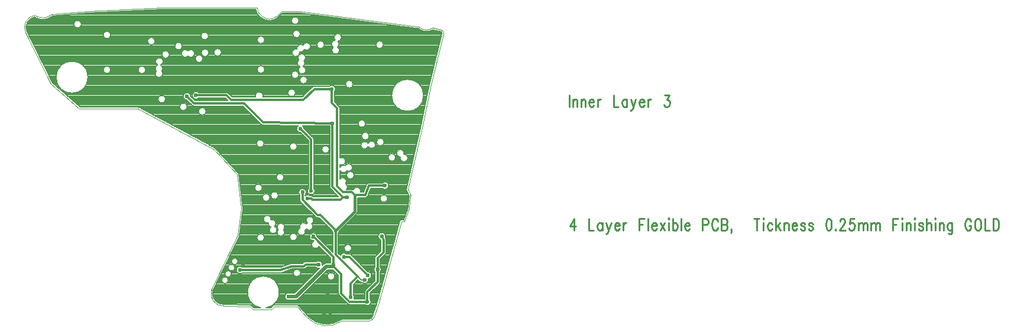
<source format=gbr>
*
*
G04 PADS 9.3 Build Number: 433611 generated Gerber (RS-274-X) file*
G04 PC Version=2.1*
*
%IN "MMSP_L.pcb"*%
*
%MOIN*%
*
%FSLAX35Y35*%
*
*
*
*
G04 PC Standard Apertures*
*
*
G04 Thermal Relief Aperture macro.*
%AMTER*
1,1,$1,0,0*
1,0,$1-$2,0,0*
21,0,$3,$4,0,0,45*
21,0,$3,$4,0,0,135*
%
*
*
G04 Annular Aperture macro.*
%AMANN*
1,1,$1,0,0*
1,0,$2,0,0*
%
*
*
G04 Odd Aperture macro.*
%AMODD*
1,1,$1,0,0*
1,0,$1-0.005,0,0*
%
*
*
G04 PC Custom Aperture Macros*
*
*
*
*
*
*
G04 PC Aperture Table*
*
%ADD010C,0.001*%
%ADD016C,0.01*%
%ADD018C,0.00787*%
%ADD019C,0.02362*%
%ADD022C,0.01969*%
%ADD023C,0.01181*%
%ADD024C,0.01575*%
*
*
*
*
G04 PC Circuitry*
G04 Layer Name MMSP_L.pcb - circuitry*
%LPD*%
*
*
G04 PC Custom Flashes*
G04 Layer Name MMSP_L.pcb - flashes*
%LPD*%
*
*
G04 PC Circuitry*
G04 Layer Name MMSP_L.pcb - circuitry*
%LPD*%
*
G54D10*
G01X1084338Y879416D02*
G75*
G03X1091450Y870727I6795J-1694D01*
G01X1084337Y879411D02*
X1084469Y879661D01*
X1084449Y879640*
X1099338Y910590*
X1101338Y925590*
X1099000Y945000*
X1086000Y959000*
X1043000Y982000*
X1010098*
X994098Y996000*
X979772Y1024917*
X985282Y1034748D02*
G03X979774Y1024913I607J-6800D01*
G01X985288Y1034748D02*
X985335Y1034744D01*
X986024Y1034055*
X986021Y1034056D02*
G03X994094Y1034883I3373J6886D01*
G01X994091Y1034881D02*
X994565Y1035356D01*
X1015000Y1037000*
X1057000Y1039000*
X1110433*
G03X1113187Y1034052I5045J-433*
G01X1113191Y1034049D02*
G03X1121065I3937J4610D01*
G01X1121067Y1034051D02*
X1124016Y1037000D01*
X1134000*
X1200197Y1028298*
X1201353*
G03X1209173Y1027455I4431J4416*
G01X1209174D02*
X1209247Y1027530D01*
X1214758Y1026365*
X1215407Y1024033D02*
G03X1214757Y1026366I-2399J589D01*
G01X1215407Y1024032D02*
X1208068Y994095D01*
X1203663Y972687*
X1195353Y936537*
X1196877Y932972*
X1193429Y918301D02*
G03X1196877Y932946I-27976J14316D01*
G01X1193432Y918307D02*
X1191535D01*
X1188000Y905000*
X1178563Y871588*
X1175919Y863986*
X1173588Y862205D02*
G03X1175920Y863988I-330J2848D01*
G01X1173585Y862205D02*
X1158055D01*
X1138351Y864223D02*
G03X1158054Y862204I11040J10587D01*
G01X1138356Y864218D02*
X1132826Y870374D01*
X1120079*
X1118356Y868651*
X1108071*
X1106275Y870448*
X1091453Y870727*
G54D16*
X1286220Y989633D02*
Y983071D01*
X1288266Y987446D02*
Y983071D01*
Y986196D02*
X1288948Y987133D01*
X1289402Y987446*
X1290084*
X1290539Y987133*
X1290766Y986196*
Y983071*
X1292811Y987446D02*
Y983071D01*
Y986196D02*
X1293493Y987133D01*
X1293948Y987446*
X1294630*
X1295084Y987133*
X1295311Y986196*
Y983071*
X1297357Y985571D02*
X1300084D01*
Y986196*
X1299857Y986821*
X1299630Y987133*
X1299175Y987446*
X1298493*
X1298039Y987133*
X1297584Y986508*
X1297357Y985571*
Y984946*
X1297584Y984008*
X1298039Y983383*
X1298493Y983071*
X1299175*
X1299630Y983383*
X1300084Y984008*
X1302130Y987446D02*
Y983071D01*
Y985571D02*
X1302357Y986508D01*
X1302811Y987133*
X1303266Y987446*
X1303948*
X1311220Y989633D02*
Y983071D01*
X1313948*
X1318720Y987446D02*
Y983071D01*
Y986508D02*
X1318266Y987133D01*
X1317811Y987446*
X1317130*
X1316675Y987133*
X1316220Y986508*
X1315993Y985571*
Y984946*
X1316220Y984008*
X1316675Y983383*
X1317130Y983071*
X1317811*
X1318266Y983383*
X1318720Y984008*
X1320993Y987446D02*
X1322357Y983071D01*
X1323720Y987446D02*
X1322357Y983071D01*
X1321902Y981821*
X1321448Y981196*
X1320993Y980883*
X1320766*
X1325766Y985571D02*
X1328493D01*
Y986196*
X1328266Y986821*
X1328039Y987133*
X1327584Y987446*
X1326902*
X1326448Y987133*
X1325993Y986508*
X1325766Y985571*
Y984946*
X1325993Y984008*
X1326448Y983383*
X1326902Y983071*
X1327584*
X1328039Y983383*
X1328493Y984008*
X1330539Y987446D02*
Y983071D01*
Y985571D02*
X1330766Y986508D01*
X1331220Y987133*
X1331675Y987446*
X1332357*
X1340084Y989633D02*
X1342584D01*
X1341220Y987133*
X1341902*
X1342357Y986821*
X1342584Y986508*
X1342811Y985571*
Y984946*
X1342584Y984008*
X1342130Y983383*
X1341448Y983071*
X1340766*
X1340084Y983383*
X1339857Y983696*
X1339630Y984321*
X1288887Y919948D02*
X1286614Y915573D01*
X1290023*
X1288887Y919948D02*
Y913386D01*
X1297296Y919948D02*
Y913386D01*
X1300023*
X1304796Y917761D02*
Y913386D01*
Y916823D02*
X1304341Y917448D01*
X1303887Y917761*
X1303205*
X1302751Y917448*
X1302296Y916823*
X1302069Y915886*
Y915261*
X1302296Y914323*
X1302751Y913698*
X1303205Y913386*
X1303887*
X1304341Y913698*
X1304796Y914323*
X1307069Y917761D02*
X1308432Y913386D01*
X1309796Y917761D02*
X1308432Y913386D01*
X1307978Y912136*
X1307523Y911511*
X1307069Y911198*
X1306841*
X1311841Y915886D02*
X1314569D01*
Y916511*
X1314341Y917136*
X1314114Y917448*
X1313660Y917761*
X1312978*
X1312523Y917448*
X1312069Y916823*
X1311841Y915886*
Y915261*
X1312069Y914323*
X1312523Y913698*
X1312978Y913386*
X1313660*
X1314114Y913698*
X1314569Y914323*
X1316614Y917761D02*
Y913386D01*
Y915886D02*
X1316841Y916823D01*
X1317296Y917448*
X1317751Y917761*
X1318432*
X1325705Y919948D02*
Y913386D01*
Y919948D02*
X1328660D01*
X1325705Y916823D02*
X1327523D01*
X1330705Y919948D02*
Y913386D01*
X1332751Y915886D02*
X1335478D01*
Y916511*
X1335251Y917136*
X1335023Y917448*
X1334569Y917761*
X1333887*
X1333432Y917448*
X1332978Y916823*
X1332751Y915886*
Y915261*
X1332978Y914323*
X1333432Y913698*
X1333887Y913386*
X1334569*
X1335023Y913698*
X1335478Y914323*
X1337523Y917761D02*
X1340023Y913386D01*
Y917761D02*
X1337523Y913386D01*
X1342069Y919948D02*
X1342296Y919636D01*
X1342523Y919948*
X1342296Y920261*
X1342069Y919948*
X1342296Y917761D02*
Y913386D01*
X1344569Y919948D02*
Y913386D01*
Y916823D02*
X1345023Y917448D01*
X1345478Y917761*
X1346160*
X1346614Y917448*
X1347069Y916823*
X1347296Y915886*
Y915261*
X1347069Y914323*
X1346614Y913698*
X1346160Y913386*
X1345478*
X1345023Y913698*
X1344569Y914323*
X1349341Y919948D02*
Y913386D01*
X1351387Y915886D02*
X1354114D01*
Y916511*
X1353887Y917136*
X1353660Y917448*
X1353205Y917761*
X1352523*
X1352069Y917448*
X1351614Y916823*
X1351387Y915886*
Y915261*
X1351614Y914323*
X1352069Y913698*
X1352523Y913386*
X1353205*
X1353660Y913698*
X1354114Y914323*
X1361387Y919948D02*
Y913386D01*
Y919948D02*
X1363432D01*
X1364114Y919636*
X1364341Y919323*
X1364569Y918698*
Y917761*
X1364341Y917136*
X1364114Y916823*
X1363432Y916511*
X1361387*
X1370023Y918386D02*
X1369796Y919011D01*
X1369341Y919636*
X1368887Y919948*
X1367978*
X1367523Y919636*
X1367069Y919011*
X1366841Y918386*
X1366614Y917448*
Y915886*
X1366841Y914948*
X1367069Y914323*
X1367523Y913698*
X1367978Y913386*
X1368887*
X1369341Y913698*
X1369796Y914323*
X1370023Y914948*
X1372069Y919948D02*
Y913386D01*
Y919948D02*
X1374114D01*
X1374796Y919636*
X1375023Y919323*
X1375251Y918698*
Y918073*
X1375023Y917448*
X1374796Y917136*
X1374114Y916823*
X1372069D02*
X1374114D01*
X1374796Y916511*
X1375023Y916198*
X1375251Y915573*
Y914636*
X1375023Y914011*
X1374796Y913698*
X1374114Y913386*
X1372069*
X1377751Y913698D02*
X1377523Y913386D01*
X1377296Y913698*
X1377523Y914011*
X1377751Y913698*
Y913073*
X1377523Y912448*
X1377296Y912136*
X1391841Y919948D02*
Y913386D01*
X1390251Y919948D02*
X1393432D01*
X1395478D02*
X1395705Y919636D01*
X1395932Y919948*
X1395705Y920261*
X1395478Y919948*
X1395705Y917761D02*
Y913386D01*
X1400705Y916823D02*
X1400251Y917448D01*
X1399796Y917761*
X1399114*
X1398660Y917448*
X1398205Y916823*
X1397978Y915886*
Y915261*
X1398205Y914323*
X1398660Y913698*
X1399114Y913386*
X1399796*
X1400251Y913698*
X1400705Y914323*
X1402751Y919948D02*
Y913386D01*
X1405023Y917761D02*
X1402751Y914636D01*
X1403660Y915886D02*
X1405251Y913386D01*
X1407296Y917761D02*
Y913386D01*
Y916511D02*
X1407978Y917448D01*
X1408432Y917761*
X1409114*
X1409569Y917448*
X1409796Y916511*
Y913386*
X1411841Y915886D02*
X1414569D01*
Y916511*
X1414341Y917136*
X1414114Y917448*
X1413660Y917761*
X1412978*
X1412523Y917448*
X1412069Y916823*
X1411841Y915886*
Y915261*
X1412069Y914323*
X1412523Y913698*
X1412978Y913386*
X1413660*
X1414114Y913698*
X1414569Y914323*
X1419114Y916823D02*
X1418887Y917448D01*
X1418205Y917761*
X1417523*
X1416841Y917448*
X1416614Y916823*
X1416841Y916198*
X1417296Y915886*
X1418432Y915573*
X1418887Y915261*
X1419114Y914636*
Y914323*
X1418887Y913698*
X1418205Y913386*
X1417523*
X1416841Y913698*
X1416614Y914323*
X1423660Y916823D02*
X1423432Y917448D01*
X1422751Y917761*
X1422069*
X1421387Y917448*
X1421160Y916823*
X1421387Y916198*
X1421841Y915886*
X1422978Y915573*
X1423432Y915261*
X1423660Y914636*
Y914323*
X1423432Y913698*
X1422751Y913386*
X1422069*
X1421387Y913698*
X1421160Y914323*
X1432296Y919948D02*
X1431614Y919636D01*
X1431160Y918698*
X1430932Y917136*
Y916198*
X1431160Y914636*
X1431614Y913698*
X1432296Y913386*
X1432751*
X1433432Y913698*
X1433887Y914636*
X1434114Y916198*
Y917136*
X1433887Y918698*
X1433432Y919636*
X1432751Y919948*
X1432296*
X1436387Y914011D02*
X1436160Y913698D01*
X1436387Y913386*
X1436614Y913698*
X1436387Y914011*
X1438887Y918386D02*
Y918698D01*
X1439114Y919323*
X1439341Y919636*
X1439796Y919948*
X1440705*
X1441160Y919636*
X1441387Y919323*
X1441614Y918698*
Y918073*
X1441387Y917448*
X1440932Y916511*
X1438660Y913386*
X1441841*
X1446841Y919948D02*
X1444569D01*
X1444341Y917136*
X1444569Y917448*
X1445251Y917761*
X1445932*
X1446614Y917448*
X1447069Y916823*
X1447296Y915886*
X1447069Y915261*
X1446841Y914323*
X1446387Y913698*
X1445705Y913386*
X1445023*
X1444341Y913698*
X1444114Y914011*
X1443887Y914636*
X1449341Y917761D02*
Y913386D01*
Y916511D02*
X1450023Y917448D01*
X1450478Y917761*
X1451160*
X1451614Y917448*
X1451841Y916511*
Y913386*
Y916511D02*
X1452523Y917448D01*
X1452978Y917761*
X1453660*
X1454114Y917448*
X1454341Y916511*
Y913386*
X1456387Y917761D02*
Y913386D01*
Y916511D02*
X1457069Y917448D01*
X1457523Y917761*
X1458205*
X1458660Y917448*
X1458887Y916511*
Y913386*
Y916511D02*
X1459569Y917448D01*
X1460023Y917761*
X1460705*
X1461160Y917448*
X1461387Y916511*
Y913386*
X1468660Y919948D02*
Y913386D01*
Y919948D02*
X1471614D01*
X1468660Y916823D02*
X1470478D01*
X1473660Y919948D02*
X1473887Y919636D01*
X1474114Y919948*
X1473887Y920261*
X1473660Y919948*
X1473887Y917761D02*
Y913386D01*
X1476160Y917761D02*
Y913386D01*
Y916511D02*
X1476841Y917448D01*
X1477296Y917761*
X1477978*
X1478432Y917448*
X1478660Y916511*
Y913386*
X1480705Y919948D02*
X1480932Y919636D01*
X1481160Y919948*
X1480932Y920261*
X1480705Y919948*
X1480932Y917761D02*
Y913386D01*
X1485705Y916823D02*
X1485478Y917448D01*
X1484796Y917761*
X1484114*
X1483432Y917448*
X1483205Y916823*
X1483432Y916198*
X1483887Y915886*
X1485023Y915573*
X1485478Y915261*
X1485705Y914636*
Y914323*
X1485478Y913698*
X1484796Y913386*
X1484114*
X1483432Y913698*
X1483205Y914323*
X1487751Y919948D02*
Y913386D01*
Y916511D02*
X1488432Y917448D01*
X1488887Y917761*
X1489569*
X1490023Y917448*
X1490251Y916511*
Y913386*
X1492296Y919948D02*
X1492523Y919636D01*
X1492751Y919948*
X1492523Y920261*
X1492296Y919948*
X1492523Y917761D02*
Y913386D01*
X1494796Y917761D02*
Y913386D01*
Y916511D02*
X1495478Y917448D01*
X1495932Y917761*
X1496614*
X1497069Y917448*
X1497296Y916511*
Y913386*
X1502069Y917761D02*
Y912761D01*
X1501841Y911823*
X1501614Y911511*
X1501160Y911198*
X1500478*
X1500023Y911511*
X1502069Y916823D02*
X1501614Y917448D01*
X1501160Y917761*
X1500478*
X1500023Y917448*
X1499569Y916823*
X1499341Y915886*
Y915261*
X1499569Y914323*
X1500023Y913698*
X1500478Y913386*
X1501160*
X1501614Y913698*
X1502069Y914323*
X1512751Y918386D02*
X1512523Y919011D01*
X1512069Y919636*
X1511614Y919948*
X1510705*
X1510251Y919636*
X1509796Y919011*
X1509569Y918386*
X1509341Y917448*
Y915886*
X1509569Y914948*
X1509796Y914323*
X1510251Y913698*
X1510705Y913386*
X1511614*
X1512069Y913698*
X1512523Y914323*
X1512751Y914948*
Y915886*
X1511614D02*
X1512751D01*
X1516160Y919948D02*
X1515705Y919636D01*
X1515251Y919011*
X1515023Y918386*
X1514796Y917448*
Y915886*
X1515023Y914948*
X1515251Y914323*
X1515705Y913698*
X1516160Y913386*
X1517069*
X1517523Y913698*
X1517978Y914323*
X1518205Y914948*
X1518432Y915886*
Y917448*
X1518205Y918386*
X1517978Y919011*
X1517523Y919636*
X1517069Y919948*
X1516160*
X1520478D02*
Y913386D01*
X1523205*
X1525251Y919948D02*
Y913386D01*
Y919948D02*
X1526841D01*
X1527523Y919636*
X1527978Y919011*
X1528205Y918386*
X1528432Y917448*
Y915886*
X1528205Y914948*
X1527978Y914323*
X1527523Y913698*
X1526841Y913386*
X1525251*
G54D18*
X1147835Y866732D02*
X1151575D01*
X1151772Y866929*
X1149803Y877165D02*
X1150984D01*
X1166929Y887402D02*
X1168898Y885433D01*
X1170866*
X1165748Y907283D02*
X1171850D01*
X1173031Y906102*
X1179134*
X1141357Y909271D02*
X1141929Y909843D01*
X1183858Y931299D02*
G03X1183858I-2165J0D01*
G01X1163583Y903346D02*
G03X1163583I-2166J0D01*
G01X1188386Y954528D02*
G03X1188386I-2166J0D01*
G01X1204134Y989567D02*
G03X1204134I-9055J0D01*
G01X1181890Y963189D02*
G03X1181890I-2166J0D01*
G01X1181496Y1018110D02*
G03X1181496I-2165J0D01*
G01X1173425Y966535D02*
G03X1173425I-2165J0D01*
G01X1171457Y973622D02*
G03X1171457I-2166J0D01*
G01X1164961Y944488D02*
G03X1164961I-2166J0D01*
G01X1164370Y995866D02*
G03X1164370I-2165J0D01*
G01X1148228Y1018110D02*
G03X1148228I-2165J0D01*
G01X1138583Y998228D02*
G03X1138583I-2166J0D01*
G01X1131890Y990945D02*
G03X1131890I-2166J0D01*
G01X1133858Y1001181D02*
G03X1133858I-2165J0D01*
G01X1134646Y1024213D02*
G03X1134646I-2166J0D01*
G01X1133858Y1031693D02*
G03X1133858I-2165J0D01*
G01X1114567Y1004134D02*
G03X1114567I-2165J0D01*
G01Y1020866D02*
G03X1114567I-2165J0D01*
G01X1090158Y1013780D02*
G03X1090158I-2166J0D01*
G01X1079724Y1010236D02*
G03X1079724I-2165J0D01*
G01X1083071Y1013583D02*
G03X1083071I-2165J0D01*
G01X1082874Y1023031D02*
G03X1082874I-2165J0D01*
G01X1068110Y1017323D02*
G03X1068110I-2165J0D01*
G01X1058661Y987402D02*
G03X1058661I-2165J0D01*
G01X1060827Y1012598D02*
G03X1060827I-2166J0D01*
G01X1052756Y1020079D02*
G03X1052756I-2165J0D01*
G01X1047441Y1003937D02*
G03X1047441I-2165J0D01*
G01X1027756D02*
G03X1027756I-2165J0D01*
G01Y1023622D02*
G03X1027756I-2165J0D01*
G01X1014961Y999803D02*
G03X1014961I-9055J0D01*
G01X1011220Y1029724D02*
G03X1011220I-2165J0D01*
G01X1114370Y909252D02*
G03X1114370I-2165J0D01*
G01X1122244Y933071D02*
G03X1122244I-2165J0D01*
G01X1125394Y943307D02*
G03X1125394I-2166J0D01*
G01X1117520Y931890D02*
G03X1117520I-2166J0D01*
G01X1113189Y937402D02*
G03X1113189I-2165J0D01*
G01X1114173Y962402D02*
G03X1114173I-2165J0D01*
G01X1093954Y885236D02*
G03X1093954I-1884J0D01*
G01X1095810Y888779D02*
G03X1095810I-1884J0D01*
G01X1097666Y892323D02*
G03X1097666I-1884J0D01*
G01X1099522Y895866D02*
G03X1099522I-1884J0D01*
G01X1081496Y980512D02*
G03X1081496I-2165J0D01*
G01X1070866Y983071D02*
G03X1070866I-2165J0D01*
G01X1132874Y909646D02*
G03X1132874I-2165J0D01*
G01Y960630D02*
G03X1132874I-2165J0D01*
G01X1150984Y959055D02*
G03X1150984I-2165J0D01*
G01X1154134Y887402D02*
G03X1154134I-2165J0D01*
G01X1214451Y1024267D02*
G03X1214227Y1025471I-1443J355D01*
G01X1214227D02*
X1209464Y1026478D01*
X1200961Y1027314D02*
G03X1209464Y1026478I4823J5400D01*
G01X1200961Y1027314D02*
X1200197D01*
X1200069Y1027322D02*
G03X1200197Y1027314I128J976D01*
G01X1200069Y1027322D02*
X1133936Y1036016D01*
X1124423*
X1121763Y1033355*
X1121706Y1033303D02*
G03X1121763Y1033355I-639J748D01*
G01X1112639Y1033228D02*
G03X1121706Y1033303I4489J5431D01*
G01X1109456Y1038016D02*
G03X1112639Y1033228I6022J551D01*
G01X1109456Y1038016D02*
X1057023D01*
X1015063Y1036018*
X995005Y1034404*
X994787Y1034185*
X994693Y1034103D02*
G03X994787Y1034185I-602J778D01*
G01X985591Y1033171D02*
G03X994693Y1034103I3803J7771D01*
G01X985328Y1033359D02*
G03X985591Y1033171I696J696D01*
G01X985328Y1033359D02*
X984969Y1033718D01*
G03X980654Y1025354I920J-5770*
G01X994894Y996612*
X1010468Y982984*
X1043000*
X1043464Y982868D02*
G03X1043000Y982984I-464J-868D01*
G01X1043464Y982868D02*
X1086464Y959868D01*
X1086721Y959670D02*
G03X1086464Y959868I-721J-670D01*
G01X1086721Y959670D02*
X1099721Y945670D01*
X1099977Y945118D02*
G03X1099721Y945670I-977J-118D01*
G01X1099977Y945118D02*
X1102316Y925707D01*
X1102314Y925459D02*
G03X1102316Y925707I-976J131D01*
G01X1102314Y925459D02*
X1100314Y910459D01*
X1100225Y910163D02*
G03X1100314Y910459I-887J427D01*
G01X1100225Y910163D02*
X1085407Y879361D01*
X1085339Y879199D02*
G03X1085407Y879361I-870J462D01*
G01X1085339Y879199D02*
X1085265Y879060D01*
G03X1091408Y871710I5868J-1338*
G01X1091472Y871711D02*
G03X1091408Y871710I-19J-984D01*
G01X1091472Y871711D02*
X1106293Y871432D01*
X1106971Y871144D02*
G03X1106293Y871432I-696J-696D01*
G01X1106971Y871144D02*
X1108479Y869636D01*
X1112151*
X1115408D02*
G03X1112151I-1628J8907D01*
G01X1115408D02*
X1117949D01*
X1119383Y871070*
X1120079Y871358D02*
G03X1119383Y871070I-0J-984D01*
G01X1120079Y871358D02*
X1132826D01*
X1133558Y871032D02*
G03X1132826Y871358I-732J-658D01*
G01X1133558Y871032D02*
X1139077Y864888D01*
G03X1157497Y863016I10314J9922*
G01X1158055Y863189D02*
G03X1157497Y863016I-0J-984D01*
G01X1158055Y863189D02*
X1173523D01*
G03X1174998Y864333I-265J1864*
G01X1177623Y871884*
X1187051Y905260*
X1190584Y918560*
X1191535Y919291D02*
G03X1190584Y918560I0J-984D01*
G01X1191535Y919291D02*
X1192823D01*
G03X1195894Y932767I-27370J13326*
G01X1194448Y936150*
X1194394Y936758D02*
G03X1194448Y936150I959J-221D01*
G01X1194394Y936758D02*
X1202701Y972896D01*
X1207104Y994294*
X1207112Y994330D02*
G03X1207104Y994294I956J-235D01*
G01X1207112Y994330D02*
X1214451Y1024267D01*
X1191027Y954726D02*
G03X1193028Y956298I2083J-592D01*
X1191027Y954726I-2083J592*
G01X1183858Y931299D02*
G03X1183858I-2165J0D01*
G01X1163583Y903346D02*
G03X1163583I-2166J0D01*
G01X1180797Y937008D02*
G03Y940157I1486J1575D01*
G01Y937008D02*
X1174410D01*
X1172644Y932674*
X1171185Y931693D02*
G03X1172644Y932674I0J1575D01*
G01X1171185Y931693D02*
X1166929D01*
Y924016*
X1166410Y922763D02*
G03X1166929Y924016I-1253J1253D01*
G01X1166410Y922763D02*
X1156661Y913013D01*
X1156102Y911900D02*
G03X1156661Y913013I-1574J1486D01*
G01X1156102Y911900D02*
Y900455D01*
X1157267Y899291*
X1160738Y900000D02*
G03X1157267Y899291I-1486J-1575D01*
G01X1160738Y900000D02*
X1162205D01*
X1163318Y899539D02*
G03X1162205Y900000I-1113J-1114D01*
G01X1163318Y899539D02*
X1172700Y890157D01*
X1172990Y885856D02*
G03X1172700Y890157I-352J2136D01*
G01X1169196Y884055D02*
G03X1172990Y885856I1670J1378D01*
G01X1169196Y884055D02*
X1168898D01*
X1167923Y884459D02*
G03X1168898Y884055I975J974D01*
G01X1167923Y884459D02*
X1167068Y885314D01*
X1164567Y882812*
Y877274*
X1164807Y874606D02*
G03X1164567Y877274I-1815J1181D01*
G01X1164807Y874606D02*
X1170866D01*
Y878543*
X1171327Y879657D02*
G03X1170866Y878543I1114J-1114D01*
G01X1171327Y879657D02*
X1176575Y884904D01*
Y889852*
Y892825D02*
G03Y889852I1575J-1486D01*
G01Y892825D02*
Y897681D01*
X1177036Y898795D02*
G03X1176575Y897681I1114J-1114D01*
G01X1177036Y898795D02*
X1179921Y901680D01*
Y907607*
X1179725Y908022*
X1182571Y909370D02*
G03X1179725Y908022I-2059J669D01*
G01X1182571Y909370D02*
X1182919Y908635D01*
X1183071Y907961D02*
G03X1182919Y908635I-1575J0D01*
G01X1183071Y907961D02*
Y901028D01*
X1182610Y899914D02*
G03X1183071Y901028I-1114J1114D01*
G01X1182610Y899914D02*
X1179724Y897029D01*
Y892825*
Y889852D02*
G03Y892825I-1574J1487D01*
G01Y889852D02*
Y884252D01*
X1179263Y883138D02*
G03X1179724Y884252I-1113J1114D01*
G01X1179263Y883138D02*
X1174016Y877891D01*
Y874518*
X1170955Y871457D02*
G03X1174016Y874518I1486J1574D01*
G01X1170955Y871457D02*
X1162407D01*
X1161294Y871918D02*
G03X1162407Y871457I1113J1113D01*
G01X1161294Y871918D02*
X1156564Y876648D01*
X1156102Y877762D02*
G03X1156564Y876648I1575J-0D01*
G01X1156102Y877762D02*
Y887930D01*
X1153088Y890945*
X1149948*
X1133596Y874592*
X1132204Y874016D02*
G03X1133596Y874592I-0J1968D01*
G01X1132204Y874016D02*
X1128855D01*
Y877953D02*
G03Y874016I-902J-1969D01*
G01Y877953D02*
X1131388D01*
X1145437Y892001*
X1143396Y892520D02*
G03X1145437Y892001I1486J1574D01*
G01X1143396Y892520D02*
X1138152D01*
X1137629Y891997*
X1136516Y891535D02*
G03X1137629Y891997I-0J1575D01*
G01X1136516Y891535D02*
X1132691D01*
X1132664D02*
G03X1132691I13J-2165D01*
G01X1132664D02*
X1129988D01*
X1123937Y889456*
X1123425Y889370D02*
G03X1123937Y889456I0J1575D01*
G01X1123425Y889370D02*
X1102077D01*
Y892520D02*
G03Y889370I-1486J-1575D01*
G01Y892520D02*
X1123162D01*
X1129212Y894600*
X1129724Y894685D02*
G03X1129212Y894600I0J-1575D01*
G01X1129724Y894685D02*
X1135863D01*
X1136386Y895208*
X1137500Y895669D02*
G03X1136386Y895208I0J-1575D01*
G01X1137500Y895669D02*
X1143396D01*
X1146975Y893540D02*
G03X1143396Y895669I-2093J554D01*
G01X1146975Y893540D02*
X1147741Y894305D01*
X1149133Y894882D02*
G03X1147741Y894305I-0J-1969D01*
G01X1149133Y894882D02*
X1151418D01*
X1151772Y895384D02*
G03X1151418Y894882I1574J-1486D01*
G01X1151772Y895384D02*
Y897767D01*
X1145093Y904445*
X1142241Y907298D02*
G03X1145093Y904445I869J-1983D01*
G01X1142241Y907298D02*
X1141860Y907678D01*
X1141644Y907696D02*
G03X1141860Y907678I285J2147D01*
G01X1141644Y907696D02*
X1141357D01*
X1139796Y909473D02*
G03X1141357Y907696I1561J-202D01*
G01X1144094Y909899D02*
G03X1139796Y909473I-2165J-56D01*
G01X1144094Y909899D02*
X1152953Y901040D01*
Y911900*
X1152363Y913323D02*
G03X1152953Y911900I2165J63D01*
G01X1152363Y913323D02*
X1145264Y920422D01*
X1144348*
X1143234Y920883D02*
G03X1144348Y920422I1114J1114D01*
G01X1143234Y920883D02*
X1134713Y929404D01*
X1134252Y930518D02*
G03X1134713Y929404I1575J-0D01*
G01X1134252Y930518D02*
Y933356D01*
X1137402D02*
G03X1134252I-1575J1487D01*
G01X1137402D02*
Y933114D01*
X1140069Y932874D02*
G03X1137402Y933114I-1486J-1575D01*
G01X1140069Y932874D02*
X1140945D01*
X1142058Y932413D02*
G03X1140945Y932874I-1113J-1114D01*
G01X1142058Y932413D02*
X1142063Y932409D01*
X1156112*
X1151642Y936879*
X1151181Y937992D02*
G03X1151642Y936879I1575J0D01*
G01X1151181Y937992D02*
Y972260D01*
X1135929Y972414*
X1136810Y970732D02*
G03X1135929Y972414I-2164J-63D01*
G01X1136810Y970732D02*
X1141862Y965680D01*
X1142323Y964567D02*
G03X1141862Y965680I-1575J-0D01*
G01X1142323Y964567D02*
Y937116D01*
X1139173D02*
G03X1142323I1575J-1486D01*
G01X1139173D02*
Y963915D01*
X1134583Y968505*
X1133398Y972439D02*
G03X1134583Y968505I1248J-1770D01*
G01X1133398Y972439D02*
X1113665Y972638D01*
X1112568Y973099D02*
G03X1113665Y972638I1113J1114D01*
G01X1112568Y973099D02*
X1102202Y983465D01*
X1074606*
X1073493Y983926D02*
G03X1074606Y983465I1113J1113D01*
G01X1073493Y983926D02*
X1070607Y986812D01*
X1072834Y989039D02*
G03X1070607Y986812I-2165J-63D01*
G01X1072834Y989039D02*
X1075259Y986614D01*
X1093639*
X1092261Y987992*
X1077274*
Y991142D02*
G03Y987992I-1487J-1575D01*
G01Y991142D02*
X1092913D01*
X1094027Y990680D02*
G03X1092913Y991142I-1114J-1113D01*
G01X1094027Y990680D02*
X1096125Y988583D01*
X1109400*
X1113434D02*
G03X1109400I-2017J787D01*
G01X1113434D02*
X1135765D01*
X1141406Y994224*
X1142520Y994685D02*
G03X1141406Y994224I-0J-1575D01*
G01X1142520Y994685D02*
X1150876D01*
X1153937Y991624D02*
G03X1150876Y994685I-1575J1486D01*
G01X1153937Y991624D02*
Y985889D01*
X1156429Y983397*
X1156890Y982283D02*
G03X1156429Y983397I-1575J0D01*
G01X1156890Y982283D02*
Y954291D01*
Y950433D02*
G03Y954291I984J1929D01*
G01Y950433D02*
Y948934D01*
X1159939Y949908D02*
G03X1156890Y948934I-1081J-1877D01*
G01X1160730Y946943D02*
G03X1159939Y949908I1081J1876D01*
G01X1156890Y947129D02*
G03X1160730Y946943I1968J902D01*
G01X1156890Y947129D02*
Y942431D01*
X1160191Y939639D02*
G03X1156890Y942431I-1726J1306D01*
G01X1160725Y936417D02*
G03X1160191Y939639I-1670J1378D01*
G01X1160725Y936417D02*
X1163583D01*
X1164437Y936165D02*
G03X1163583Y936417I-854J-1322D01*
G01X1168553Y934843D02*
G03X1164437Y936165I-2018J787D01*
G01X1168553Y934843D02*
X1170126D01*
X1171892Y939177*
X1173351Y940158D02*
G03X1171892Y939177I-0J-1575D01*
G01X1173351Y940158D02*
X1180797D01*
X1188386Y954528D02*
G03X1188386I-2166J0D01*
G01X1204134Y989567D02*
G03X1204134I-9055J0D01*
G01X1181890Y963189D02*
G03X1181890I-2166J0D01*
G01X1181496Y1018110D02*
G03X1181496I-2165J0D01*
G01X1172879Y960620D02*
G03X1172790Y962411I1924J994D01*
X1172879Y960620I-1924J-994*
G01X1173425Y966535D02*
G03X1173425I-2165J0D01*
G01X1171457Y973622D02*
G03X1171457I-2166J0D01*
G01X1164961Y944488D02*
G03X1164961I-2166J0D01*
G01X1164370Y995866D02*
G03X1164370I-2165J0D01*
G01X1155814Y1020081D02*
G03X1154225Y1020667I-105J2163D01*
G01X1155668Y1016801D02*
G03X1155814Y1020081I-1337J1703D01*
G01X1153190Y1016663D02*
G03X1155668Y1016801I1338J-1702D01*
G01X1154225Y1020667D02*
G03X1153190Y1016663I106J-2163D01*
G01X1148228Y1018110D02*
G03X1148228I-2165J0D01*
G01X1138583Y998228D02*
G03X1138583I-2166J0D01*
G01X1131890Y990945D02*
G03X1131890I-2166J0D01*
G01X1133858Y1001181D02*
G03X1133858I-2165J0D01*
G01X1134492Y1005582D02*
G03X1136178Y1005835I1138J-1842D01*
G01X1133774Y1009435D02*
G03X1134492Y1005582I1265J-1758D01*
G01X1136698Y1009069D02*
G03X1133774Y1009435I-1265J1758D01*
G01X1136178Y1005835D02*
G03X1136698Y1009069I-1139J1842D01*
G01X1136878Y1015403D02*
G03X1136154Y1017865I1311J1723D01*
G01X1134195Y1014075D02*
G03X1136878Y1015403I648J2067D01*
G01X1132734Y1015649D02*
G03X1134195Y1014075I-647J-2066D01*
G01X1136154Y1017865D02*
G03X1132734Y1015649I-1311J-1723D01*
G01X1134646Y1024213D02*
G03X1134646I-2166J0D01*
G01X1133858Y1031693D02*
G03X1133858I-2165J0D01*
G01X1114567Y1004134D02*
G03X1114567I-2165J0D01*
G01Y1020866D02*
G03X1114567I-2165J0D01*
G01X1090158Y1013780D02*
G03X1090158I-2166J0D01*
G01X1079724Y1010236D02*
G03X1079724I-2165J0D01*
G01X1083071Y1013583D02*
G03X1083071I-2165J0D01*
G01X1082874Y1023031D02*
G03X1082874I-2165J0D01*
G01X1071260Y1011703D02*
G03Y1014675I1575J1486D01*
Y1011703I-1575J-1486*
G01X1068110Y1017323D02*
G03X1068110I-2165J0D01*
G01X1058661Y987402D02*
G03X1058661I-2165J0D01*
G01X1055915Y1006648D02*
G03X1054124Y1006738I-797J2013D01*
G01X1056505Y1003248D02*
G03X1055915Y1006648I-1584J1476D01*
G01X1053337Y1003248D02*
G03X1056505I1584J-1476D01*
G01X1054124Y1006738D02*
G03X1053337Y1003248I797J-2014D01*
G01X1060827Y1012598D02*
G03X1060827I-2166J0D01*
G01X1052756Y1020079D02*
G03X1052756I-2165J0D01*
G01X1047441Y1003937D02*
G03X1047441I-2165J0D01*
G01X1027756D02*
G03X1027756I-2165J0D01*
G01Y1023622D02*
G03X1027756I-2165J0D01*
G01X1014961Y999803D02*
G03X1014961I-9055J0D01*
G01X1011220Y1029724D02*
G03X1011220I-2165J0D01*
G01X1114370Y909252D02*
G03X1114370I-2165J0D01*
G01X1125198Y913690D02*
G03X1122097Y913742I-1525J1537D01*
X1125198Y913690I1525J-1537*
G01X1117958Y915289D02*
G03X1120034Y915617I1333J-1706D01*
G01X1116554Y917607D02*
G03X1117958Y915289I2147J-284D01*
G01X1118092Y919401D02*
G03X1116554Y917607I-2147J284D01*
G01X1120034Y915617D02*
G03X1118092Y919401I-1333J1706D01*
G01X1122244Y933071D02*
G03X1122244I-2165J0D01*
G01X1125394Y943307D02*
G03X1125394I-2166J0D01*
G01X1117520Y931890D02*
G03X1117520I-2166J0D01*
G01X1113189Y937402D02*
G03X1113189I-2165J0D01*
G01X1114173Y962402D02*
G03X1114173I-2165J0D01*
G01X1093954Y885236D02*
G03X1093954I-1884J0D01*
G01X1095810Y888779D02*
G03X1095810I-1884J0D01*
G01X1097666Y892323D02*
G03X1097666I-1884J0D01*
G01X1099522Y895866D02*
G03X1099522I-1884J0D01*
G01X1081496Y980512D02*
G03X1081496I-2165J0D01*
G01X1070866Y983071D02*
G03X1070866I-2165J0D01*
G01X1132874Y909646D02*
G03X1132874I-2165J0D01*
G01Y960630D02*
G03X1132874I-2165J0D01*
G01X1150984Y959055D02*
G03X1150984I-2165J0D01*
G01X1140986Y917187D02*
G03X1138542Y917459I-1025J1907D01*
G01X1137992Y914065D02*
G03X1140986Y917187I1575J1486D01*
G01X1137191Y913529D02*
G03X1137992Y914065I-774J2022D01*
G01X1134462Y914621D02*
G03X1137191Y913529I774J-2023D01*
G01X1137992Y917037D02*
G03X1134462Y914621I-1575J-1486D01*
G01X1138542Y917459D02*
G03X1137992Y917037I1025J-1908D01*
G01X1154134Y887402D02*
G03X1154134I-2165J0D01*
G01X1134617Y1024566D02*
X1214493D01*
X1157153Y1023857D02*
X1214350D01*
X1134368Y1025274D02*
X1214343D01*
X1157676Y1023148D02*
X1214177D01*
X1157865Y1022440D02*
X1214003D01*
X1157812Y1021731D02*
X1213829D01*
X1157496Y1021022D02*
X1213655D01*
X1156690Y1020314D02*
X1213482D01*
X1180897Y1019605D02*
X1213308D01*
X1181348Y1018896D02*
X1213134D01*
X1181495Y1018188D02*
X1212961D01*
X1181402Y1017479D02*
X1212787D01*
X1181032Y1016770D02*
X1212613D01*
X1180032Y1016062D02*
X1212439D01*
X1156657Y1015353D02*
X1212266D01*
X1156670Y1014644D02*
X1212092D01*
X1156435Y1013936D02*
X1211918D01*
X1208453Y1025983D02*
X1211806D01*
X1155825Y1013227D02*
X1211744D01*
X1136785Y1012518D02*
X1211571D01*
X1137362Y1011810D02*
X1211397D01*
X1137581Y1011101D02*
X1211223D01*
X1137554Y1010392D02*
X1211050D01*
X1137272Y1009684D02*
X1210876D01*
X1136773Y1008975D02*
X1210702D01*
X1137123Y1008266D02*
X1210528D01*
X1137201Y1007558D02*
X1210355D01*
X1137040Y1006849D02*
X1210181D01*
X1136565Y1006140D02*
X1210007D01*
X1136982Y1005432D02*
X1209834D01*
X1137559Y1004723D02*
X1209660D01*
X1137778Y1004014D02*
X1209486D01*
X1137751Y1003306D02*
X1209312D01*
X1137469Y1002597D02*
X1209139D01*
X1136752Y1001888D02*
X1208965D01*
X1133858Y1001180D02*
X1208791D01*
X1133739Y1000471D02*
X1208618D01*
X1137945Y999762D02*
X1208444D01*
X1138419Y999054D02*
X1208270D01*
X1197301Y998345D02*
X1208096D01*
X1199187Y997636D02*
X1207923D01*
X1200353Y996928D02*
X1207749D01*
X1201222Y996219D02*
X1207575D01*
X1201910Y995510D02*
X1207402D01*
X1202467Y994802D02*
X1207228D01*
X1202921Y994093D02*
X1207063D01*
X1203290Y993385D02*
X1206917D01*
X1203583Y992676D02*
X1206771D01*
X1203810Y991967D02*
X1206625D01*
X1203974Y991259D02*
X1206479D01*
X1204080Y990550D02*
X1206334D01*
X1204130Y989841D02*
X1206188D01*
X1204123Y989133D02*
X1206042D01*
X1204061Y988424D02*
X1205896D01*
X1203943Y987715D02*
X1205750D01*
X1203764Y987007D02*
X1205605D01*
X1203523Y986298D02*
X1205459D01*
X1203213Y985589D02*
X1205313D01*
X1202827Y984881D02*
X1205167D01*
X1202351Y984172D02*
X1205021D01*
X1201768Y983463D02*
X1204876D01*
X1201044Y982755D02*
X1204730D01*
X1200122Y982046D02*
X1204584D01*
X1198856Y981337D02*
X1204438D01*
X1196529Y980629D02*
X1204292D01*
X1156890Y979920D02*
X1204146D01*
X1156890Y979211D02*
X1204001D01*
X1156890Y978503D02*
X1203855D01*
X1156890Y977794D02*
X1203709D01*
X1156890Y977085D02*
X1203563D01*
X1156890Y976377D02*
X1203417D01*
X1170001Y975668D02*
X1203272D01*
X1170994Y974959D02*
X1203126D01*
X1133727Y1025983D02*
X1203116D01*
X1171363Y974251D02*
X1202980D01*
X1171455Y973542D02*
X1202834D01*
X1171308Y972833D02*
X1202687D01*
X1170856Y972125D02*
X1202524D01*
X1156890Y971416D02*
X1202361D01*
X1156890Y970707D02*
X1202198D01*
X1156890Y969999D02*
X1202035D01*
X1156890Y969290D02*
X1201872D01*
X980183Y1026692D02*
X1201765D01*
X1171969Y968581D02*
X1201709D01*
X1172963Y967873D02*
X1201546D01*
X1173332Y967164D02*
X1201384D01*
X1173424Y966455D02*
X1201221D01*
X1173276Y965747D02*
X1201058D01*
X1180851Y965038D02*
X1200895D01*
X1181565Y964329D02*
X1200732D01*
X1181846Y963621D02*
X1200569D01*
X1181872Y962912D02*
X1200406D01*
X1181652Y962203D02*
X1200243D01*
X1181073Y961495D02*
X1200080D01*
X1176804Y960786D02*
X1199917D01*
X1176329Y960077D02*
X1199754D01*
X1171568Y959369D02*
X1199591D01*
X980072Y1027400D02*
X1199473D01*
X1192192Y958660D02*
X1199429D01*
X1192832Y957951D02*
X1199266D01*
X1193081Y957243D02*
X1199103D01*
X1193081Y956534D02*
X1198940D01*
X1194462Y955825D02*
X1198777D01*
X1195040Y955117D02*
X1198614D01*
X1195258Y954408D02*
X1198451D01*
X1195232Y953699D02*
X1198288D01*
X1194949Y952991D02*
X1198125D01*
X1194233Y952282D02*
X1197962D01*
X1159891Y951573D02*
X1197799D01*
X1162520Y950865D02*
X1197637D01*
X1163514Y950156D02*
X1197474D01*
X1163883Y949448D02*
X1197311D01*
X1163975Y948739D02*
X1197148D01*
X1163828Y948030D02*
X1196985D01*
X1163375Y947322D02*
X1196822D01*
X1163213Y946613D02*
X1196659D01*
X1164433Y945904D02*
X1196496D01*
X1164842Y945196D02*
X1196333D01*
X1164961Y944487D02*
X1196170D01*
X1164841Y943778D02*
X1196007D01*
X1183534Y932440D02*
X1195894D01*
X1183815Y931731D02*
X1195882D01*
X1183841Y931022D02*
X1195853D01*
X1164431Y943070D02*
X1195845D01*
X1183621Y930314D02*
X1195807D01*
X1183041Y929605D02*
X1195745D01*
X1182820Y933148D02*
X1195731D01*
X1163200Y942361D02*
X1195682D01*
X1166929Y928896D02*
X1195667D01*
X1166929Y928188D02*
X1195571D01*
X1160511Y941652D02*
X1195519D01*
X1166929Y927479D02*
X1195458D01*
X1173126Y933857D02*
X1195428D01*
X1160630Y940944D02*
X1195356D01*
X1166929Y926770D02*
X1195328D01*
X1183683Y940235D02*
X1195193D01*
X1166929Y926062D02*
X1195181D01*
X1173415Y934566D02*
X1195125D01*
X1184232Y939526D02*
X1195030D01*
X1166929Y925353D02*
X1195015D01*
X1184436Y938818D02*
X1194867D01*
X1166929Y924644D02*
X1194832D01*
X1173703Y935274D02*
X1194822D01*
X1184396Y938109D02*
X1194704D01*
X1166927Y923936D02*
X1194631D01*
X1184098Y937400D02*
X1194541D01*
X1173992Y935983D02*
X1194519D01*
X1166744Y923227D02*
X1194410D01*
X1183338Y936692D02*
X1194381D01*
X1166166Y922518D02*
X1194171D01*
X1010497Y1028109D02*
X1194082D01*
X1165457Y921810D02*
X1193912D01*
X1164748Y921101D02*
X1193633D01*
X1156890Y980629D02*
X1193629D01*
X1164040Y920392D02*
X1193332D01*
X1163331Y919684D02*
X1193011D01*
X1138580Y998345D02*
X1192856D01*
X1160038Y952282D02*
X1191988D01*
X1156890Y981337D02*
X1191301D01*
X1187746Y952991D02*
X1191271D01*
X1188221Y953699D02*
X1190989D01*
X1163452Y997636D02*
X1190970D01*
X1188383Y954408D02*
X1190962D01*
X1162622Y918975D02*
X1190813D01*
X1161914Y918266D02*
X1190506D01*
X1161205Y917558D02*
X1190318D01*
X1160496Y916849D02*
X1190130D01*
X1156890Y982046D02*
X1190036D01*
X1159788Y916140D02*
X1189941D01*
X1164092Y996928D02*
X1189805D01*
X1159079Y915432D02*
X1189753D01*
X1188304Y955117D02*
X1189702D01*
X1156890Y958660D02*
X1189698D01*
X1158370Y914723D02*
X1189565D01*
X1157662Y914014D02*
X1189377D01*
X1156953Y913306D02*
X1189188D01*
X1156818Y982755D02*
X1189113D01*
X1187954Y955825D02*
X1189059D01*
X1156890Y957951D02*
X1189058D01*
X1156544Y912597D02*
X1189000D01*
X1164341Y996219D02*
X1188935D01*
X1181639Y911888D02*
X1188812D01*
X1187034Y956534D02*
X1188809D01*
X1156890Y957243D02*
X1188808D01*
X1011021Y1028818D02*
X1188691D01*
X1182353Y911180D02*
X1188623D01*
X1182634Y910471D02*
X1188435D01*
X1156362Y983463D02*
X1188390D01*
X1164341Y995510D02*
X1188247D01*
X1182659Y909762D02*
X1188247D01*
X1182721Y909054D02*
X1188059D01*
X1183023Y908345D02*
X1187870D01*
X1155654Y984172D02*
X1187806D01*
X1164090Y994802D02*
X1187690D01*
X1183071Y907636D02*
X1187682D01*
X1183071Y906928D02*
X1187494D01*
X1154945Y984881D02*
X1187331D01*
X1183071Y906219D02*
X1187305D01*
X1163448Y994093D02*
X1187236D01*
X1183071Y905510D02*
X1187117D01*
X1154236Y985589D02*
X1186944D01*
X1183071Y904802D02*
X1186921D01*
X1154510Y993385D02*
X1186868D01*
X1183071Y904093D02*
X1186721D01*
X1153937Y986298D02*
X1186634D01*
X1154484Y992676D02*
X1186574D01*
X1183071Y903385D02*
X1186521D01*
X1153937Y987007D02*
X1186393D01*
X1154201Y991967D02*
X1186348D01*
X1183071Y902676D02*
X1186321D01*
X1153937Y987715D02*
X1186215D01*
X1153937Y991259D02*
X1186183D01*
X1183071Y901967D02*
X1186121D01*
X1153937Y988424D02*
X1186096D01*
X1153937Y990550D02*
X1186077D01*
X1153937Y989133D02*
X1186034D01*
X1153937Y989841D02*
X1186028D01*
X1183071Y901259D02*
X1185920D01*
X1182997Y900550D02*
X1185720D01*
X1182536Y899841D02*
X1185520D01*
X1156890Y956534D02*
X1185406D01*
X1181828Y899133D02*
X1185320D01*
X1181119Y898424D02*
X1185120D01*
X1180411Y897715D02*
X1184920D01*
X1179724Y897007D02*
X1184719D01*
X1159946Y952991D02*
X1184695D01*
X1179724Y896298D02*
X1184519D01*
X1156890Y955825D02*
X1184487D01*
X1179724Y895589D02*
X1184319D01*
X1159577Y953699D02*
X1184220D01*
X1156890Y955117D02*
X1184137D01*
X1179724Y894881D02*
X1184119D01*
X1158583Y954408D02*
X1184058D01*
X1179724Y894172D02*
X1183919D01*
X1179724Y893463D02*
X1183719D01*
X1179788Y892755D02*
X1183518D01*
X1180196Y892046D02*
X1183318D01*
X1011211Y1029526D02*
X1183300D01*
X1180315Y891337D02*
X1183118D01*
X1180195Y890629D02*
X1182918D01*
X1179786Y889920D02*
X1182718D01*
X1179724Y889211D02*
X1182518D01*
X1179724Y888503D02*
X1182317D01*
X1179724Y887794D02*
X1182117D01*
X1179724Y887085D02*
X1181917D01*
X1179724Y886377D02*
X1181717D01*
X1179724Y885668D02*
X1181517D01*
X1179724Y884959D02*
X1181317D01*
X1174281Y936692D02*
X1181229D01*
X1179724Y884251D02*
X1181116D01*
X1179555Y883542D02*
X1180916D01*
X1160510Y940235D02*
X1180884D01*
X1178958Y882833D02*
X1180716D01*
X1172837Y933148D02*
X1180566D01*
X1178249Y882125D02*
X1180516D01*
X1166929Y929605D02*
X1180344D01*
X1177541Y881416D02*
X1180316D01*
X1176832Y880707D02*
X1180116D01*
X1156102Y906928D02*
X1179921D01*
X1156102Y906219D02*
X1179921D01*
X1161493Y905510D02*
X1179921D01*
X1163021Y904802D02*
X1179921D01*
X1163450Y904093D02*
X1179921D01*
X1163582Y903385D02*
X1179921D01*
X1163476Y902676D02*
X1179921D01*
X1163087Y901967D02*
X1179921D01*
X1176123Y879999D02*
X1179915D01*
X1156102Y907636D02*
X1179907D01*
X1172525Y932440D02*
X1179852D01*
X1166929Y930314D02*
X1179765D01*
X1175415Y879290D02*
X1179715D01*
X1171530Y931731D02*
X1179571D01*
X1166929Y931022D02*
X1179545D01*
X1174706Y878581D02*
X1179515D01*
X1161991Y901259D02*
X1179500D01*
X1156102Y911888D02*
X1179385D01*
X1174016Y877873D02*
X1179315D01*
X1156102Y908345D02*
X1179163D01*
X1174016Y877164D02*
X1179115D01*
X1174016Y876455D02*
X1178915D01*
X1159670Y900550D02*
X1178791D01*
X1174016Y875747D02*
X1178714D01*
X1156102Y911180D02*
X1178671D01*
X1156392Y1016062D02*
X1178629D01*
X1172824Y965038D02*
X1178598D01*
X1156102Y909054D02*
X1178584D01*
X1174016Y875038D02*
X1178514D01*
X1156102Y910471D02*
X1178390D01*
X1176965Y961495D02*
X1178376D01*
X1156102Y909762D02*
X1178364D01*
X1174174Y874329D02*
X1178314D01*
X1174525Y873621D02*
X1178114D01*
X1162894Y899841D02*
X1178082D01*
X1174603Y872912D02*
X1177914D01*
X1133294Y1030235D02*
X1177910D01*
X1156890Y964329D02*
X1177884D01*
X1176887Y962203D02*
X1177796D01*
X1156195Y1019605D02*
X1177764D01*
X1174442Y872203D02*
X1177714D01*
X1155717Y1016770D02*
X1177630D01*
X1175617Y963621D02*
X1177603D01*
X1176536Y962912D02*
X1177577D01*
X1173966Y871495D02*
X1177488D01*
X1163725Y899133D02*
X1177374D01*
X1156460Y1018896D02*
X1177313D01*
X1156238Y1017479D02*
X1177259D01*
X1133779Y870786D02*
X1177242D01*
X1156473Y1018188D02*
X1177167D01*
X1134415Y870077D02*
X1176995D01*
X1164433Y898424D02*
X1176761D01*
X1135052Y869369D02*
X1176749D01*
X1165142Y897715D02*
X1176575D01*
X1165850Y897007D02*
X1176575D01*
X1166559Y896298D02*
X1176575D01*
X1167268Y895589D02*
X1176575D01*
X1167976Y894881D02*
X1176575D01*
X1168685Y894172D02*
X1176575D01*
X1169394Y893463D02*
X1176575D01*
X1174427Y889211D02*
X1176575D01*
X1174742Y888503D02*
X1176575D01*
X1174794Y887794D02*
X1176575D01*
X1174604Y887085D02*
X1176575D01*
X1174080Y886377D02*
X1176575D01*
X1173019Y885668D02*
X1176575D01*
X1172979Y884959D02*
X1176575D01*
X1173624Y889920D02*
X1176514D01*
X1170102Y892755D02*
X1176511D01*
X1135688Y868660D02*
X1176502D01*
X1136325Y867951D02*
X1176256D01*
X1172228Y890629D02*
X1176104D01*
X1170811Y892046D02*
X1176103D01*
X1136962Y867243D02*
X1176010D01*
X1171520Y891337D02*
X1175984D01*
X1172680Y884251D02*
X1175921D01*
X1137598Y866534D02*
X1175763D01*
X1138235Y865825D02*
X1175517D01*
X1138871Y865117D02*
X1175270D01*
X1171921Y883542D02*
X1175212D01*
X1139561Y864408D02*
X1175024D01*
X1140370Y863699D02*
X1174567D01*
X1164588Y882833D02*
X1174504D01*
X1156890Y963621D02*
X1173989D01*
X1164567Y882125D02*
X1173795D01*
X1172567Y960077D02*
X1173278D01*
X1164567Y881416D02*
X1173087D01*
X1172433Y962912D02*
X1173070D01*
X1133724Y1030944D02*
X1172519D01*
X1164567Y880707D02*
X1172378D01*
X1160356Y939526D02*
X1172090D01*
X1160964Y938818D02*
X1171746D01*
X1164567Y879999D02*
X1171669D01*
X1161198Y938109D02*
X1171457D01*
X1167782Y937400D02*
X1171168D01*
X1164567Y879290D02*
X1171054D01*
X1168423Y936692D02*
X1170880D01*
X1164567Y878581D02*
X1170867D01*
X1164567Y877873D02*
X1170866D01*
X1164664Y877164D02*
X1170866D01*
X1165052Y876455D02*
X1170866D01*
X1165157Y875747D02*
X1170866D01*
X1165024Y875038D02*
X1170866D01*
X1168672Y935983D02*
X1170591D01*
X1156890Y968581D02*
X1170551D01*
X1168671Y935274D02*
X1170302D01*
X1156890Y959369D02*
X1170165D01*
X1165297Y883542D02*
X1169811D01*
X1156890Y965038D02*
X1169696D01*
X1156890Y967873D02*
X1169557D01*
X1156890Y962912D02*
X1169299D01*
X1156890Y965747D02*
X1169243D01*
X1156890Y967164D02*
X1169188D01*
X1156890Y960077D02*
X1169165D01*
X1156890Y966455D02*
X1169096D01*
X1156890Y962203D02*
X1168848D01*
X1156890Y960786D02*
X1168795D01*
X1156890Y961495D02*
X1168702D01*
X1156890Y975668D02*
X1168582D01*
X1166005Y884251D02*
X1168190D01*
X1156890Y972125D02*
X1167727D01*
X1156890Y974959D02*
X1167588D01*
X1166714Y884959D02*
X1167423D01*
X1156890Y972833D02*
X1167275D01*
X1156890Y974251D02*
X1167219D01*
X1133858Y1031652D02*
X1167128D01*
X1156890Y973542D02*
X1167127D01*
X1161184Y937400D02*
X1165289D01*
X1160918Y936692D02*
X1164648D01*
X1160103Y942361D02*
X1162391D01*
X1160494Y946613D02*
X1162377D01*
X1119464Y871495D02*
X1162063D01*
X1133753Y1032361D02*
X1161738D01*
X1156102Y905510D02*
X1161341D01*
X1158882Y943070D02*
X1161159D01*
X1159263Y945904D02*
X1161157D01*
X1159438Y950865D02*
X1161102D01*
X1120245Y872203D02*
X1161008D01*
X1154292Y994093D02*
X1160962D01*
X1138500Y997636D02*
X1160958D01*
X1156102Y901259D02*
X1160843D01*
X1156890Y943778D02*
X1160750D01*
X1156890Y945196D02*
X1160749D01*
X1156890Y944487D02*
X1160630D01*
X1153714Y994802D02*
X1160319D01*
X1138149Y996928D02*
X1160317D01*
X1120871Y872912D02*
X1160300D01*
X1159276Y950156D02*
X1160108D01*
X1013879Y995510D02*
X1160069D01*
X1137225Y996219D02*
X1160068D01*
X1156102Y904802D02*
X1159814D01*
X1156102Y901967D02*
X1159748D01*
X1121380Y873621D02*
X1159591D01*
X1156102Y904093D02*
X1159385D01*
X1156102Y902676D02*
X1159358D01*
X1156102Y903385D02*
X1159252D01*
X1133270Y874329D02*
X1158882D01*
X1156102Y900550D02*
X1158834D01*
X1156890Y945904D02*
X1158454D01*
X1156890Y950156D02*
X1158440D01*
X1134041Y875038D02*
X1158174D01*
X1156890Y943070D02*
X1158047D01*
X1156717Y899841D02*
X1157614D01*
X1134750Y875747D02*
X1157465D01*
X1141321Y862991D02*
X1157461D01*
X1156890Y946613D02*
X1157222D01*
X1156890Y949448D02*
X1157220D01*
X1156890Y954408D02*
X1157165D01*
X1135459Y876455D02*
X1156756D01*
X1133364Y1033070D02*
X1156347D01*
X1142472Y862282D02*
X1156310D01*
X1136167Y877164D02*
X1156220D01*
X1154098Y887794D02*
X1156102D01*
X1154111Y887085D02*
X1156102D01*
X1153876Y886377D02*
X1156102D01*
X1153266Y885668D02*
X1156102D01*
X1143963Y884959D02*
X1156102D01*
X1143254Y884251D02*
X1156102D01*
X1142545Y883542D02*
X1156102D01*
X1141837Y882833D02*
X1156102D01*
X1141128Y882125D02*
X1156102D01*
X1140419Y881416D02*
X1156102D01*
X1139711Y880707D02*
X1156102D01*
X1139002Y879999D02*
X1156102D01*
X1138293Y879290D02*
X1156102D01*
X1137585Y878581D02*
X1156102D01*
X1136876Y877873D02*
X1156102D01*
X1142031Y932440D02*
X1156081D01*
X1153833Y888503D02*
X1155530D01*
X1139710Y933148D02*
X1155373D01*
X1143949Y861573D02*
X1154832D01*
X1153158Y889211D02*
X1154821D01*
X1141991Y933857D02*
X1154664D01*
X1134616Y1023857D02*
X1154264D01*
X1148923Y889920D02*
X1154113D01*
X1142634Y934566D02*
X1153955D01*
X1114561Y1021022D02*
X1153921D01*
X1134366Y1023148D02*
X1153741D01*
X1114387Y1021731D02*
X1153605D01*
X1133723Y1022440D02*
X1153552D01*
X1149632Y890629D02*
X1153404D01*
X1142884Y935274D02*
X1153247D01*
X1134223Y1013227D02*
X1153230D01*
X1114495Y1020314D02*
X1153142D01*
X1147764Y1016770D02*
X1153033D01*
X1142638Y911888D02*
X1152953D01*
X1143632Y911180D02*
X1152953D01*
X1144001Y910471D02*
X1152953D01*
X1144231Y909762D02*
X1152953D01*
X1144939Y909054D02*
X1152953D01*
X1145648Y908345D02*
X1152953D01*
X1146357Y907636D02*
X1152953D01*
X1147065Y906928D02*
X1152953D01*
X1147774Y906219D02*
X1152953D01*
X1148482Y905510D02*
X1152953D01*
X1149191Y904802D02*
X1152953D01*
X1149900Y904093D02*
X1152953D01*
X1150608Y903385D02*
X1152953D01*
X1151317Y902676D02*
X1152953D01*
X1152026Y901967D02*
X1152953D01*
X1152734Y901259D02*
X1152953D01*
X1146765Y1016062D02*
X1152663D01*
X1134223Y1013936D02*
X1152620D01*
X1146173Y860865D02*
X1152608D01*
X1142884Y935983D02*
X1152538D01*
X1137402Y912597D02*
X1152511D01*
X1147630Y1019605D02*
X1152466D01*
X1148134Y1017479D02*
X1152423D01*
X1139432Y1015353D02*
X1152398D01*
X1136407Y1014644D02*
X1152385D01*
X1137283Y913306D02*
X1152364D01*
X1148081Y1018896D02*
X1152201D01*
X1148227Y1018188D02*
X1152189D01*
X1142635Y936692D02*
X1151829D01*
X1098000Y897715D02*
X1151772D01*
X1099138Y897007D02*
X1151772D01*
X1099472Y896298D02*
X1151772D01*
X1146449Y895589D02*
X1151772D01*
X1141092Y914014D02*
X1151672D01*
X1142323Y937400D02*
X1151297D01*
X1136249Y972125D02*
X1151181D01*
X1136678Y971416D02*
X1151181D01*
X1136835Y970707D02*
X1151181D01*
X1137543Y969999D02*
X1151181D01*
X1138252Y969290D02*
X1151181D01*
X1138961Y968581D02*
X1151181D01*
X1139669Y967873D02*
X1151181D01*
X1140378Y967164D02*
X1151181D01*
X1141087Y966455D02*
X1151181D01*
X1141795Y965747D02*
X1151181D01*
X1142251Y965038D02*
X1151181D01*
X1142323Y964329D02*
X1151181D01*
X1142323Y963621D02*
X1151181D01*
X1142323Y962912D02*
X1151181D01*
X1142323Y962203D02*
X1151181D01*
X1142323Y961495D02*
X1151181D01*
X1150120Y960786D02*
X1151181D01*
X1150728Y960077D02*
X1151181D01*
X1150961Y959369D02*
X1151181D01*
X1150948Y958660D02*
X1151181D01*
X1150682Y957951D02*
X1151181D01*
X1150004Y957243D02*
X1151181D01*
X1142323Y956534D02*
X1151181D01*
X1142323Y955825D02*
X1151181D01*
X1142323Y955117D02*
X1151181D01*
X1142323Y954408D02*
X1151181D01*
X1142323Y953699D02*
X1151181D01*
X1142323Y952991D02*
X1151181D01*
X1142323Y952282D02*
X1151181D01*
X1142323Y951573D02*
X1151181D01*
X1142323Y950865D02*
X1151181D01*
X1142323Y950156D02*
X1151181D01*
X1142323Y949448D02*
X1151181D01*
X1142323Y948739D02*
X1151181D01*
X1142323Y948030D02*
X1151181D01*
X1142323Y947322D02*
X1151181D01*
X1142323Y946613D02*
X1151181D01*
X1142323Y945904D02*
X1151181D01*
X1142323Y945196D02*
X1151181D01*
X1142323Y944487D02*
X1151181D01*
X1142323Y943778D02*
X1151181D01*
X1142323Y943070D02*
X1151181D01*
X1142323Y942361D02*
X1151181D01*
X1142323Y941652D02*
X1151181D01*
X1142323Y940944D02*
X1151181D01*
X1142323Y940235D02*
X1151181D01*
X1142323Y939526D02*
X1151181D01*
X1142323Y938818D02*
X1151181D01*
X1142323Y938109D02*
X1151181D01*
X1094578Y898424D02*
X1151115D01*
X1013454Y994802D02*
X1151010D01*
X1141568Y914723D02*
X1150963D01*
X1132276Y1033778D02*
X1150956D01*
X1148214Y889211D02*
X1150779D01*
X1144671Y885668D02*
X1150671D01*
X1094919Y899133D02*
X1150406D01*
X1141729Y915432D02*
X1150254D01*
X1147506Y888503D02*
X1150104D01*
X1145380Y886377D02*
X1150061D01*
X1146797Y887794D02*
X1149839D01*
X1146089Y887085D02*
X1149826D01*
X1095260Y899841D02*
X1149698D01*
X1141651Y916140D02*
X1149546D01*
X1146900Y894881D02*
X1149060D01*
X1095601Y900550D02*
X1148989D01*
X1141300Y916849D02*
X1148837D01*
X1095942Y901259D02*
X1148280D01*
X1141486Y917558D02*
X1148129D01*
X1142323Y957243D02*
X1147634D01*
X1147046Y894172D02*
X1147607D01*
X1096283Y901967D02*
X1147572D01*
X1142323Y960786D02*
X1147518D01*
X1141961Y918266D02*
X1147420D01*
X1142323Y957951D02*
X1146956D01*
X1142323Y960077D02*
X1146910D01*
X1096623Y902676D02*
X1146863D01*
X1142123Y918975D02*
X1146711D01*
X1142323Y958660D02*
X1146690D01*
X1142323Y959369D02*
X1146676D01*
X1144091Y903385D02*
X1146154D01*
X1142044Y919684D02*
X1146003D01*
X1122895Y1034487D02*
X1145565D01*
X1144898Y904093D02*
X1145446D01*
X1140075Y1016062D02*
X1145361D01*
X1141694Y920392D02*
X1145294D01*
X1133582Y891337D02*
X1144773D01*
X1114162Y1019605D02*
X1144496D01*
X1140325Y1016770D02*
X1144362D01*
X1137679Y892046D02*
X1144180D01*
X1134439Y890629D02*
X1144064D01*
X1139436Y1018896D02*
X1144045D01*
X1140325Y1017479D02*
X1143992D01*
X1140076Y1018188D02*
X1143899D01*
X1134772Y889920D02*
X1143355D01*
X1140775Y921101D02*
X1143016D01*
X1134837Y889211D02*
X1142647D01*
X1116363Y921810D02*
X1142308D01*
X1096964Y903385D02*
X1142129D01*
X1134661Y888503D02*
X1141938D01*
X1131516Y907636D02*
X1141902D01*
X1098669Y906928D02*
X1141665D01*
X1101922Y922518D02*
X1141599D01*
X1097305Y904093D02*
X1141322D01*
X1012933Y994093D02*
X1141275D01*
X1134162Y887794D02*
X1141229D01*
X1137282Y911888D02*
X1141220D01*
X1098328Y906219D02*
X1141143D01*
X1097646Y904802D02*
X1141007D01*
X1097987Y905510D02*
X1140954D01*
X1102016Y923227D02*
X1140890D01*
X1012293Y993385D02*
X1140567D01*
X1116785Y887085D02*
X1140521D01*
X1136872Y911180D02*
X1140226D01*
X1102111Y923936D02*
X1140182D01*
X1123603Y1035196D02*
X1140175D01*
X1132440Y908345D02*
X1140083D01*
X1131025Y992676D02*
X1139858D01*
X1135641Y910471D02*
X1139857D01*
X1118322Y886377D02*
X1139812D01*
X1132792Y909054D02*
X1139798D01*
X1132871Y909762D02*
X1139765D01*
X1137755Y933857D02*
X1139505D01*
X1102205Y924644D02*
X1139473D01*
X1113797Y963621D02*
X1139173D01*
X1114112Y962912D02*
X1139173D01*
X1132196Y962203D02*
X1139173D01*
X1132694Y961495D02*
X1139173D01*
X1132868Y960786D02*
X1139173D01*
X1132802Y960077D02*
X1139173D01*
X1132469Y959369D02*
X1139173D01*
X1131608Y958660D02*
X1139173D01*
X1088317Y957951D02*
X1139173D01*
X1088975Y957243D02*
X1139173D01*
X1089633Y956534D02*
X1139173D01*
X1090291Y955825D02*
X1139173D01*
X1090949Y955117D02*
X1139173D01*
X1091607Y954408D02*
X1139173D01*
X1092265Y953699D02*
X1139173D01*
X1092923Y952991D02*
X1139173D01*
X1093581Y952282D02*
X1139173D01*
X1094239Y951573D02*
X1139173D01*
X1094897Y950865D02*
X1139173D01*
X1095555Y950156D02*
X1139173D01*
X1096213Y949448D02*
X1139173D01*
X1096871Y948739D02*
X1139173D01*
X1097529Y948030D02*
X1139173D01*
X1098187Y947322D02*
X1139173D01*
X1098846Y946613D02*
X1139173D01*
X1099504Y945904D02*
X1139173D01*
X1124288Y945196D02*
X1139173D01*
X1125044Y944487D02*
X1139173D01*
X1125342Y943778D02*
X1139173D01*
X1125381Y943070D02*
X1139173D01*
X1125176Y942361D02*
X1139173D01*
X1124625Y941652D02*
X1139173D01*
X1100480Y940944D02*
X1139173D01*
X1100565Y940235D02*
X1139173D01*
X1111441Y939526D02*
X1139173D01*
X1112662Y938818D02*
X1139173D01*
X1113070Y938109D02*
X1139173D01*
X1113189Y937400D02*
X1139173D01*
X1131633Y991967D02*
X1139150D01*
X1117583Y921101D02*
X1139147D01*
X1119368Y885668D02*
X1139103D01*
X1137974Y934566D02*
X1138862D01*
X1136954Y936692D02*
X1138861D01*
X1102300Y925353D02*
X1138764D01*
X1112994Y964329D02*
X1138758D01*
X1137949Y935274D02*
X1138612D01*
X1137668Y935983D02*
X1138612D01*
X1131867Y991259D02*
X1138441D01*
X1137231Y917558D02*
X1138435D01*
X1120169Y884959D02*
X1138395D01*
X1117991Y920392D02*
X1138227D01*
X1102273Y926062D02*
X1138056D01*
X1076798Y965038D02*
X1138050D01*
X1137943Y914014D02*
X1138041D01*
X1120650Y918266D02*
X1137960D01*
X1118110Y919684D02*
X1137877D01*
X1120100Y918975D02*
X1137799D01*
X1131853Y990550D02*
X1137732D01*
X1120810Y884251D02*
X1137686D01*
X1137402Y933148D02*
X1137456D01*
X1102188Y926770D02*
X1137347D01*
X1075473Y965747D02*
X1137341D01*
X1131587Y989841D02*
X1137024D01*
X1099502Y895589D02*
X1137004D01*
X1121330Y883542D02*
X1136977D01*
X1136859Y1015353D02*
X1136946D01*
X1113301Y1018896D02*
X1136942D01*
X1102102Y927479D02*
X1136638D01*
X1074149Y966455D02*
X1136632D01*
X1130909Y989133D02*
X1136315D01*
X1135552Y1018188D02*
X1136302D01*
X1121754Y882833D02*
X1136269D01*
X1099244Y894881D02*
X1136059D01*
X1102017Y928188D02*
X1135930D01*
X1072824Y967164D02*
X1135924D01*
X1014221Y996219D02*
X1135610D01*
X1120853Y917558D02*
X1135603D01*
X1122096Y882125D02*
X1135560D01*
X1101931Y928896D02*
X1135221D01*
X1071499Y967873D02*
X1135215D01*
X1133329Y999762D02*
X1134889D01*
X1122367Y881416D02*
X1134851D01*
X1132711Y910471D02*
X1134832D01*
X1124312Y1035904D02*
X1134784D01*
X1113069Y936692D02*
X1134700D01*
X1014492Y996928D02*
X1134686D01*
X1125108Y916849D02*
X1134684D01*
X1101846Y929605D02*
X1134543D01*
X1133739Y1001888D02*
X1134507D01*
X1125779Y914723D02*
X1134417D01*
X1132097Y999054D02*
X1134415D01*
X1014698Y997636D02*
X1134334D01*
X1125637Y916140D02*
X1134334D01*
X1114135Y1005432D02*
X1134278D01*
X1116839Y930314D02*
X1134265D01*
X1125829Y915432D02*
X1134255D01*
X1014843Y998345D02*
X1134255D01*
X1122243Y933148D02*
X1134252D01*
X1122150Y932440D02*
X1134252D01*
X1121780Y931731D02*
X1134252D01*
X1120780Y931022D02*
X1134252D01*
X1122572Y880707D02*
X1134143D01*
X1067930Y1018188D02*
X1134133D01*
X1133972Y1012518D02*
X1134081D01*
X1070174Y968581D02*
X1134072D01*
X1112660Y935983D02*
X1133986D01*
X1122096Y933857D02*
X1133899D01*
X1133331Y1002597D02*
X1133791D01*
X1111428Y935274D02*
X1133705D01*
X1114485Y1004723D02*
X1133700D01*
X1121645Y934566D02*
X1133679D01*
X1132237Y911180D02*
X1133600D01*
X1125467Y914014D02*
X1133598D01*
X1079653Y1009684D02*
X1133594D01*
X1113216Y1006140D02*
X1133514D01*
X1132111Y1003306D02*
X1133509D01*
X1133330Y1011810D02*
X1133504D01*
X1114564Y1004014D02*
X1133482D01*
X1122717Y879999D02*
X1133434D01*
X1079719Y1010392D02*
X1133312D01*
X1079319Y1008975D02*
X1133306D01*
X1079544Y1011101D02*
X1133285D01*
X1125764Y911888D02*
X1133191D01*
X1125487Y913306D02*
X1133190D01*
X1068105Y1017479D02*
X1133139D01*
X1125752Y912597D02*
X1133071D01*
X1063549Y972125D02*
X1133042D01*
X1056303Y1006849D02*
X1133039D01*
X1068849Y969290D02*
X1132976D01*
X1078458Y1008266D02*
X1132956D01*
X1056981Y1007558D02*
X1132877D01*
X1068039Y1016770D02*
X1132770D01*
X1122804Y879290D02*
X1132725D01*
X1067705Y1016062D02*
X1132679D01*
X1064874Y971416D02*
X1132613D01*
X1067524Y969999D02*
X1132587D01*
X1066199Y970707D02*
X1132481D01*
X1122835Y878581D02*
X1132017D01*
X1129411Y891337D02*
X1131772D01*
X1014930Y999054D02*
X1131289D01*
X1114402Y1003306D02*
X1131275D01*
X1113889Y1022440D02*
X1131237D01*
X980387Y1025983D02*
X1131233D01*
X1095532Y887794D02*
X1131192D01*
X1122186Y1033778D02*
X1131110D01*
X1127350Y890629D02*
X1130915D01*
X1088891Y1011810D02*
X1130843D01*
X1089480Y1015353D02*
X1130840D01*
X1095790Y888503D02*
X1130693D01*
X1082871Y1023148D02*
X1130595D01*
X1026990Y1025274D02*
X1130593D01*
X1125288Y889920D02*
X1130583D01*
X1101888Y889211D02*
X1130518D01*
X1082711Y1023857D02*
X1130344D01*
X1082237Y1024566D02*
X1130344D01*
X1089752Y1012518D02*
X1130201D01*
X1089977Y1014644D02*
X1130199D01*
X1011159Y1030235D02*
X1130092D01*
X1055729Y999762D02*
X1130057D01*
X1113927Y1002597D02*
X1130055D01*
X1121418Y1033070D02*
X1130021D01*
X1090086Y1013227D02*
X1129951D01*
X1090152Y1013936D02*
X1129950D01*
X1113647Y907636D02*
X1129901D01*
X1087659Y958660D02*
X1129809D01*
X1010845Y1030944D02*
X1129661D01*
X1056653Y1000471D02*
X1129647D01*
X1057083Y1001888D02*
X1129646D01*
X1120288Y1032361D02*
X1129633D01*
X1117873Y1031652D02*
X1129528D01*
X1057004Y1001180D02*
X1129528D01*
X1114164Y962203D02*
X1129221D01*
X1125529Y911180D02*
X1129180D01*
X1114171Y908345D02*
X1128977D01*
X1087001Y959369D02*
X1128948D01*
X1113974Y961495D02*
X1128723D01*
X1124920Y910471D02*
X1128707D01*
X1114361Y909054D02*
X1128626D01*
X1086073Y960077D02*
X1128615D01*
X1113450Y960786D02*
X1128549D01*
X1114309Y909762D02*
X1128546D01*
X1113570Y989133D02*
X1128539D01*
X1011491Y992676D02*
X1128423D01*
X1098462Y894172D02*
X1127969D01*
X1113531Y989841D02*
X1127861D01*
X1010443Y991967D02*
X1127816D01*
X1113233Y990550D02*
X1127595D01*
X1112477Y991259D02*
X1127582D01*
X1122810Y877873D02*
X1126893D01*
X1121794Y874329D02*
X1126556D01*
X1122729Y877164D02*
X1126137D01*
X1122129Y875038D02*
X1126005D01*
X1097282Y893463D02*
X1125907D01*
X1122591Y876455D02*
X1125839D01*
X1122392Y875747D02*
X1125800D01*
X1101780Y892755D02*
X1123845D01*
X1113994Y910471D02*
X1122325D01*
X1120814Y916849D02*
X1122239D01*
X1099965Y945196D02*
X1122169D01*
X1121413Y914014D02*
X1121879D01*
X1100395Y941652D02*
X1121832D01*
X1121439Y913306D02*
X1121757D01*
X1113191Y911180D02*
X1121715D01*
X1120515Y916140D02*
X1121710D01*
X1121132Y914723D02*
X1121567D01*
X1120418Y915432D02*
X1121518D01*
X1121219Y912597D02*
X1121493D01*
X1120640Y911888D02*
X1121480D01*
X1100053Y944487D02*
X1121413D01*
X1100309Y942361D02*
X1121281D01*
X1100139Y943778D02*
X1121115D01*
X1100224Y943070D02*
X1121076D01*
X1117338Y931022D02*
X1119377D01*
X1118451Y870786D02*
X1119099D01*
X1101248Y934566D02*
X1118512D01*
X1116993Y870077D02*
X1118390D01*
X1117514Y931731D02*
X1118378D01*
X1116259Y933857D02*
X1118061D01*
X1117449Y932440D02*
X1118007D01*
X1100505Y911888D02*
X1117943D01*
X1117116Y933148D02*
X1117915D01*
X1100977Y915432D02*
X1117646D01*
X1100883Y914723D02*
X1117451D01*
X1100599Y912597D02*
X1117363D01*
X1100788Y914014D02*
X1117169D01*
X1100694Y913306D02*
X1117144D01*
X1101072Y916140D02*
X1116887D01*
X1101166Y916849D02*
X1116588D01*
X1116349Y917558D02*
X1116548D01*
X1010041Y1031652D02*
X1116383D01*
X1101261Y917558D02*
X1115541D01*
X1101827Y921810D02*
X1115527D01*
X1101334Y933857D02*
X1114449D01*
X1101355Y918266D02*
X1114309D01*
X1101733Y921101D02*
X1114307D01*
X990499Y1032361D02*
X1113968D01*
X1101450Y918975D02*
X1113899D01*
X1101638Y920392D02*
X1113898D01*
X1101761Y930314D02*
X1113870D01*
X1101544Y919684D02*
X1113780D01*
X1101419Y933148D02*
X1113592D01*
X1101675Y931022D02*
X1113370D01*
X1101505Y932440D02*
X1113260D01*
X1101590Y931731D02*
X1113195D01*
X1062225Y972833D02*
X1112921D01*
X992983Y1033070D02*
X1112838D01*
X1060900Y973542D02*
X1112125D01*
X994246Y1033778D02*
X1111785D01*
X1056559Y1006140D02*
X1111588D01*
X1067432Y1018896D02*
X1111502D01*
X1059575Y974251D02*
X1111416D01*
X1100410Y911180D02*
X1111219D01*
X1078123Y964329D02*
X1111022D01*
X996039Y1034487D02*
X1111015D01*
X1082792Y1022440D02*
X1110914D01*
X1056923Y1002597D02*
X1110876D01*
X1094750Y887085D02*
X1110775D01*
X1099010Y907636D02*
X1110763D01*
X1058250Y974959D02*
X1110707D01*
X1056968Y1005432D02*
X1110668D01*
X1052703Y1019605D02*
X1110641D01*
X1101163Y935274D02*
X1110619D01*
X1100651Y939526D02*
X1110606D01*
X1108037Y870077D02*
X1110566D01*
X1084748Y960786D02*
X1110566D01*
X1004846Y1035196D02*
X1110458D01*
X1082440Y1021731D02*
X1110416D01*
X1100316Y910471D02*
X1110415D01*
X1056557Y1003306D02*
X1110401D01*
X1077139Y991259D02*
X1110358D01*
X1057087Y1004723D02*
X1110318D01*
X1052743Y1020314D02*
X1110308D01*
X1081516Y1021022D02*
X1110242D01*
X1056967Y1004014D02*
X1110239D01*
X1099351Y908345D02*
X1110238D01*
X1079448Y963621D02*
X1110218D01*
X1100033Y909762D02*
X1110100D01*
X1099692Y909054D02*
X1110048D01*
X1013653Y1035904D02*
X1110048D01*
X1083423Y961495D02*
X1110042D01*
X1056925Y975668D02*
X1109999D01*
X1080773Y962912D02*
X1109904D01*
X1082098Y962203D02*
X1109852D01*
X1027563Y1036613D02*
X1109755D01*
X1094158Y990550D02*
X1109602D01*
X1042445Y1037322D02*
X1109560D01*
X1101078Y935983D02*
X1109388D01*
X1100736Y938818D02*
X1109385D01*
X1094866Y989841D02*
X1109304D01*
X1055600Y976377D02*
X1109290D01*
X1095575Y989133D02*
X1109265D01*
X1093570Y886377D02*
X1109237D01*
X1107328Y870786D02*
X1109108D01*
X1100992Y936692D02*
X1108978D01*
X1100822Y938109D02*
X1108977D01*
X1100907Y937400D02*
X1108858D01*
X1054275Y977085D02*
X1108581D01*
X1093904Y885668D02*
X1108191D01*
X1102955Y871495D02*
X1108095D01*
X1052950Y977794D02*
X1107873D01*
X1093934Y884959D02*
X1107390D01*
X1088732Y872203D02*
X1107314D01*
X1080138Y978503D02*
X1107164D01*
X1093676Y884251D02*
X1106749D01*
X1087516Y872912D02*
X1106688D01*
X1081062Y979211D02*
X1106455D01*
X1092894Y883542D02*
X1106229D01*
X1086728Y873621D02*
X1106179D01*
X1087077Y882833D02*
X1105805D01*
X1086162Y874329D02*
X1105765D01*
X1081414Y979920D02*
X1105747D01*
X1086736Y882125D02*
X1105463D01*
X1085746Y875038D02*
X1105430D01*
X1086395Y881416D02*
X1105192D01*
X1085448Y875747D02*
X1105167D01*
X1081493Y980629D02*
X1105038D01*
X1086055Y880707D02*
X1104987D01*
X1085249Y876455D02*
X1104968D01*
X1085714Y879999D02*
X1104842D01*
X1085140Y877164D02*
X1104830D01*
X1085381Y879290D02*
X1104755D01*
X1085116Y877873D02*
X1104749D01*
X1085176Y878581D02*
X1104724D01*
X1081333Y981337D02*
X1104329D01*
X1080859Y982046D02*
X1103621D01*
X1070843Y982755D02*
X1102912D01*
X1070830Y983463D02*
X1102203D01*
X1097616Y892755D02*
X1099402D01*
X1095760Y889211D02*
X1099293D01*
X1097646Y892046D02*
X1098726D01*
X1095426Y889920D02*
X1098683D01*
X1097388Y891337D02*
X1098461D01*
X1096606Y890629D02*
X1098448D01*
X1094237Y897715D02*
X1097275D01*
X1096144Y894172D02*
X1096813D01*
X1093896Y897007D02*
X1096138D01*
X1092873Y894881D02*
X1096032D01*
X1093555Y896298D02*
X1095804D01*
X1093214Y895589D02*
X1095774D01*
X1092532Y894172D02*
X1095419D01*
X1094288Y890629D02*
X1094957D01*
X1092191Y893463D02*
X1094282D01*
X1091169Y891337D02*
X1094176D01*
X1091850Y892755D02*
X1093948D01*
X1091509Y892046D02*
X1093918D01*
X1090828Y890629D02*
X1093563D01*
X1074866Y987007D02*
X1093247D01*
X1092432Y887085D02*
X1093101D01*
X1076910Y987715D02*
X1092538D01*
X1090487Y889920D02*
X1092426D01*
X1089464Y887794D02*
X1092320D01*
X1090146Y889211D02*
X1092092D01*
X1089805Y888503D02*
X1092062D01*
X1089123Y887085D02*
X1091708D01*
X1087418Y883542D02*
X1091245D01*
X1088782Y886377D02*
X1090570D01*
X1087759Y884251D02*
X1090464D01*
X1088441Y885668D02*
X1090236D01*
X1088100Y884959D02*
X1090206D01*
X1082149Y1011810D02*
X1087093D01*
X1082152Y1015353D02*
X1086505D01*
X1082791Y1012518D02*
X1086232D01*
X1082793Y1014644D02*
X1086007D01*
X1083041Y1013227D02*
X1085898D01*
X1083042Y1013936D02*
X1085832D01*
X1052540Y1021022D02*
X1079901D01*
X1079047Y1011810D02*
X1079662D01*
X1072911Y1015353D02*
X1079659D01*
X1027540Y1024566D02*
X1079180D01*
X1074894Y1012518D02*
X1079020D01*
X1074438Y1014644D02*
X1079018D01*
X1051990Y1021731D02*
X1078977D01*
X1075000Y1013227D02*
X1078770D01*
X1074867Y1013936D02*
X1078769D01*
X1027743Y1023857D02*
X1078707D01*
X1027405Y1022440D02*
X1078626D01*
X1027703Y1023148D02*
X1078546D01*
X1051625Y978503D02*
X1078523D01*
X1070608Y982046D02*
X1077803D01*
X1050301Y979211D02*
X1077599D01*
X1069998Y981337D02*
X1077329D01*
X1048976Y979920D02*
X1077248D01*
X1047651Y980629D02*
X1077168D01*
X1057247Y1008266D02*
X1076660D01*
X1074504Y1011810D02*
X1076071D01*
X1057261Y1008975D02*
X1075799D01*
X1073409Y1011101D02*
X1075574D01*
X1057027Y1009684D02*
X1075465D01*
X1056419Y1010392D02*
X1075399D01*
X1074158Y987715D02*
X1074665D01*
X1008903Y991259D02*
X1074436D01*
X1073449Y988424D02*
X1073948D01*
X1072157Y990550D02*
X1073858D01*
X1072829Y989133D02*
X1073666D01*
X1072654Y989841D02*
X1073639D01*
X1070565Y984172D02*
X1073247D01*
X1069761Y1015353D02*
X1072759D01*
X1069890Y984881D02*
X1072538D01*
X1070259Y1011101D02*
X1072261D01*
X1057681Y985589D02*
X1071829D01*
X1058359Y986298D02*
X1071121D01*
X1058625Y987007D02*
X1069770D01*
X1066844Y1015353D02*
X1069609D01*
X1001822Y990550D02*
X1069182D01*
X1060226Y1011101D02*
X1069111D01*
X1058639Y987715D02*
X1068909D01*
X1002632Y989841D02*
X1068684D01*
X1058405Y988424D02*
X1068576D01*
X1057797Y989133D02*
X1068510D01*
X1059371Y1014644D02*
X1068082D01*
X1060678Y1011810D02*
X1068016D01*
X1060365Y1013936D02*
X1067652D01*
X1060825Y1012518D02*
X1067626D01*
X1060734Y1013227D02*
X1067520D01*
X1008301Y984881D02*
X1067512D01*
X1046326Y981337D02*
X1067403D01*
X1009111Y984172D02*
X1066836D01*
X1045001Y982046D02*
X1066793D01*
X1009921Y983463D02*
X1066571D01*
X1043676Y982755D02*
X1066559D01*
X985609Y1015353D02*
X1065046D01*
X1052405Y1018896D02*
X1064457D01*
X985258Y1016062D02*
X1064185D01*
X1051645Y1018188D02*
X1063960D01*
X984906Y1016770D02*
X1063851D01*
X984555Y1017479D02*
X1063785D01*
X985960Y1014644D02*
X1057952D01*
X987715Y1011101D02*
X1057097D01*
X986311Y1013936D02*
X1056958D01*
X987364Y1011810D02*
X1056645D01*
X986662Y1013227D02*
X1056589D01*
X987013Y1012518D02*
X1056498D01*
X1007491Y985589D02*
X1055311D01*
X1003442Y989133D02*
X1055195D01*
X1006681Y986298D02*
X1054633D01*
X1004252Y988424D02*
X1054587D01*
X1005871Y987007D02*
X1054367D01*
X1005061Y987715D02*
X1054354D01*
X1014961Y999762D02*
X1054114D01*
X1011593Y1006849D02*
X1053933D01*
X988066Y1010392D02*
X1053817D01*
X1047347Y1003306D02*
X1053285D01*
X1012373Y1006140D02*
X1053283D01*
X1010581Y1007558D02*
X1053255D01*
X988417Y1009684D02*
X1053209D01*
X1014936Y1000471D02*
X1053190D01*
X1009126Y1008266D02*
X1052989D01*
X988769Y1008975D02*
X1052976D01*
X1046977Y1002597D02*
X1052919D01*
X1047440Y1004014D02*
X1052876D01*
X1046842Y1005432D02*
X1052875D01*
X1014855Y1001180D02*
X1052838D01*
X1045977Y1001888D02*
X1052759D01*
X1047293Y1004723D02*
X1052756D01*
X984204Y1018188D02*
X1049536D01*
X1026645Y1021731D02*
X1049191D01*
X983853Y1018896D02*
X1048777D01*
X982800Y1021022D02*
X1048642D01*
X983502Y1019605D02*
X1048478D01*
X983151Y1020314D02*
X1048438D01*
X1026292Y1001888D02*
X1044574D01*
X1027157Y1005432D02*
X1043709D01*
X1027292Y1002597D02*
X1043575D01*
X1027608Y1004723D02*
X1043258D01*
X1027662Y1003306D02*
X1043204D01*
X1027755Y1004014D02*
X1043112D01*
X1014717Y1001888D02*
X1024889D01*
X982449Y1021731D02*
X1024536D01*
X980693Y1025274D02*
X1024191D01*
X1012999Y1005432D02*
X1024024D01*
X1014519Y1002597D02*
X1023890D01*
X982098Y1022440D02*
X1023777D01*
X981044Y1024566D02*
X1023642D01*
X1013507Y1004723D02*
X1023573D01*
X1014256Y1003306D02*
X1023519D01*
X981747Y1023148D02*
X1023478D01*
X981396Y1023857D02*
X1023438D01*
X1013922Y1004014D02*
X1023427D01*
X981371Y1031652D02*
X1008069D01*
X980049Y1028109D02*
X1007613D01*
X980873Y1030944D02*
X1007266D01*
X980111Y1028818D02*
X1007089D01*
X980512Y1030235D02*
X1006951D01*
X980264Y1029526D02*
X1006899D01*
X1001012Y991259D02*
X1002908D01*
X989120Y1008266D02*
X1002685D01*
X1000202Y991967D02*
X1001368D01*
X989471Y1007558D02*
X1001230D01*
X999392Y992676D02*
X1000320D01*
X989822Y1006849D02*
X1000218D01*
X998582Y993385D02*
X999518D01*
X990173Y1006140D02*
X999438D01*
X997772Y994093D02*
X998878D01*
X990524Y1005432D02*
X998812D01*
X996962Y994802D02*
X998357D01*
X990875Y1004723D02*
X998304D01*
X996153Y995510D02*
X997933D01*
X991226Y1004014D02*
X997889D01*
X995343Y996219D02*
X997590D01*
X991577Y1003306D02*
X997555D01*
X994737Y996928D02*
X997319D01*
X991928Y1002597D02*
X997292D01*
X994386Y997636D02*
X997113D01*
X992279Y1001888D02*
X997094D01*
X994035Y998345D02*
X996969D01*
X992631Y1001180D02*
X996956D01*
X993684Y999054D02*
X996881D01*
X992982Y1000471D02*
X996875D01*
X993333Y999762D02*
X996850D01*
X982060Y1032361D02*
X988290D01*
X983077Y1033070D02*
X985806D01*
G54D19*
X1147835Y866732D03*
X1151772Y866929D03*
X1127953Y875984D03*
X1149803Y877165D03*
X1172638Y887992D03*
X1162992Y875787D03*
X1170866Y885433D03*
X1172441Y873031D03*
X1100591Y890945D03*
X1102362Y894094D03*
X1144882D03*
X1159252Y898425D03*
X1153346Y893898D03*
X1165748Y907283D03*
X1179134Y906102D03*
X1178150Y891339D03*
X1154528Y913386D03*
X1141929Y909843D03*
X1180512Y910039D03*
X1138583Y931299D03*
X1135827Y934843D03*
X1140748Y935630D03*
X1160827Y931890D03*
X1182283Y938583D03*
X1134646Y970669D03*
X1152756Y973819D03*
X1070669Y988976D03*
X1075787Y989567D03*
X1152362Y993110D03*
G54D22*
X1127953Y875984D02*
X1132204D01*
X1149133Y892913*
X1153346*
G54D23*
X1162992Y875787D02*
Y883465D01*
X1166929Y887402*
X1172441Y873031D02*
Y878543D01*
X1178150Y884252*
Y891339*
X1100591Y890945D02*
X1123425D01*
X1129724Y893110*
X1136516*
X1137500Y894094*
X1144882*
X1153346Y892913D02*
X1157677Y888583D01*
Y877762*
X1162407Y873031*
X1172441*
X1153346Y892913D02*
Y893898D01*
X1144882Y894094D02*
Y894291D01*
X1159252Y898425D02*
X1162205D01*
X1172638Y887992*
X1178150Y891339D02*
Y897681D01*
X1181496Y901028*
Y907961*
X1141357Y909271D02*
X1142495D01*
X1153346Y898419*
Y893898*
X1154528Y913386D02*
Y899803D01*
X1166929Y887402*
X1180512Y910039D02*
X1181496Y907961D01*
X1138583Y931299D02*
X1140945D01*
X1141410Y930834*
X1157409*
X1158661Y932087*
X1135827Y934843D02*
Y930518D01*
X1144348Y921997*
X1145917*
X1154528Y913386*
X1158661Y932087D02*
X1160827D01*
Y931890*
X1158661Y932087D02*
X1160827Y931890D01*
X1165157Y933268D02*
X1171185D01*
X1173351Y938583*
X1182283*
X1134646Y970669D02*
X1140748Y964567D01*
Y935630*
X1152756Y973819D02*
Y937992D01*
X1158661Y932087*
X1070669Y988976D02*
X1074606Y985039D01*
X1102854*
X1113681Y974213*
X1152756Y973819*
X1075787Y989567D02*
X1092913D01*
X1095472Y987008*
X1136417*
X1142520Y993110*
X1152362*
Y985236*
X1155315Y982283*
Y938189*
X1158661Y934843*
X1163583*
X1165157Y933268*
G54D24*
X1154528Y913386D02*
X1165157Y924016D01*
Y933268*
G74*
X0Y0D02*
M02*

</source>
